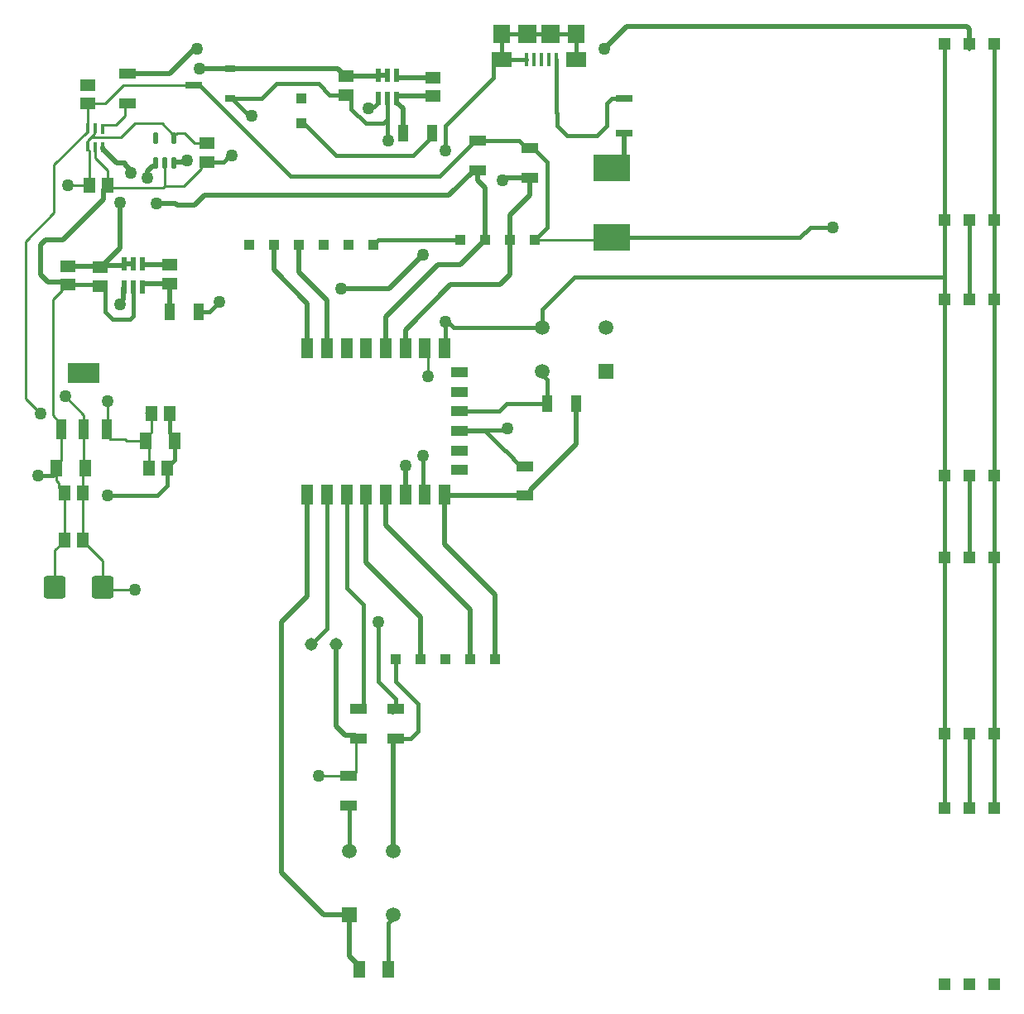
<source format=gtl>
G04 Layer_Physical_Order=1*
G04 Layer_Color=255*
%FSLAX44Y44*%
%MOMM*%
G71*
G01*
G75*
%ADD10R,0.4000X1.3500*%
%ADD11R,2.1000X1.6000*%
%ADD12R,1.9000X1.9000*%
%ADD13R,1.8000X1.9000*%
G04:AMPARAMS|DCode=14|XSize=0.94mm|YSize=1.77mm|CornerRadius=0.0658mm|HoleSize=0mm|Usage=FLASHONLY|Rotation=90.000|XOffset=0mm|YOffset=0mm|HoleType=Round|Shape=RoundedRectangle|*
%AMROUNDEDRECTD14*
21,1,0.9400,1.6384,0,0,90.0*
21,1,0.8084,1.7700,0,0,90.0*
1,1,0.1316,0.8192,0.4042*
1,1,0.1316,0.8192,-0.4042*
1,1,0.1316,-0.8192,-0.4042*
1,1,0.1316,-0.8192,0.4042*
%
%ADD14ROUNDEDRECTD14*%
G04:AMPARAMS|DCode=15|XSize=1.09mm|YSize=1.77mm|CornerRadius=0.0763mm|HoleSize=0mm|Usage=FLASHONLY|Rotation=90.000|XOffset=0mm|YOffset=0mm|HoleType=Round|Shape=RoundedRectangle|*
%AMROUNDEDRECTD15*
21,1,1.0900,1.6174,0,0,90.0*
21,1,0.9374,1.7700,0,0,90.0*
1,1,0.1526,0.8087,0.4687*
1,1,0.1526,0.8087,-0.4687*
1,1,0.1526,-0.8087,-0.4687*
1,1,0.1526,-0.8087,0.4687*
%
%ADD15ROUNDEDRECTD15*%
%ADD16R,1.2000X2.0000*%
%ADD17R,1.7000X1.1000*%
%ADD18R,1.2000X1.8200*%
%ADD19R,1.3000X1.5000*%
%ADD20R,1.8000X0.7000*%
%ADD21R,3.8100X2.7940*%
G04:AMPARAMS|DCode=22|XSize=0.94mm|YSize=1.77mm|CornerRadius=0.0658mm|HoleSize=0mm|Usage=FLASHONLY|Rotation=180.000|XOffset=0mm|YOffset=0mm|HoleType=Round|Shape=RoundedRectangle|*
%AMROUNDEDRECTD22*
21,1,0.9400,1.6384,0,0,180.0*
21,1,0.8084,1.7700,0,0,180.0*
1,1,0.1316,-0.4042,0.8192*
1,1,0.1316,0.4042,0.8192*
1,1,0.1316,0.4042,-0.8192*
1,1,0.1316,-0.4042,-0.8192*
%
%ADD22ROUNDEDRECTD22*%
G04:AMPARAMS|DCode=23|XSize=1.09mm|YSize=1.77mm|CornerRadius=0.0763mm|HoleSize=0mm|Usage=FLASHONLY|Rotation=180.000|XOffset=0mm|YOffset=0mm|HoleType=Round|Shape=RoundedRectangle|*
%AMROUNDEDRECTD23*
21,1,1.0900,1.6174,0,0,180.0*
21,1,0.9374,1.7700,0,0,180.0*
1,1,0.1526,-0.4687,0.8087*
1,1,0.1526,0.4687,0.8087*
1,1,0.1526,0.4687,-0.8087*
1,1,0.1526,-0.4687,-0.8087*
%
%ADD23ROUNDEDRECTD23*%
%ADD24R,1.5000X1.3000*%
%ADD25R,0.5900X1.3700*%
%ADD26R,0.4000X1.0000*%
%ADD27R,1.1000X0.7000*%
G04:AMPARAMS|DCode=28|XSize=1.21mm|YSize=0.59mm|CornerRadius=0.1475mm|HoleSize=0mm|Usage=FLASHONLY|Rotation=90.000|XOffset=0mm|YOffset=0mm|HoleType=Round|Shape=RoundedRectangle|*
%AMROUNDEDRECTD28*
21,1,1.2100,0.2950,0,0,90.0*
21,1,0.9150,0.5900,0,0,90.0*
1,1,0.2950,0.1475,0.4575*
1,1,0.2950,0.1475,-0.4575*
1,1,0.2950,-0.1475,-0.4575*
1,1,0.2950,-0.1475,0.4575*
%
%ADD28ROUNDEDRECTD28*%
G04:AMPARAMS|DCode=29|XSize=2.24mm|YSize=2.32mm|CornerRadius=0.28mm|HoleSize=0mm|Usage=FLASHONLY|Rotation=180.000|XOffset=0mm|YOffset=0mm|HoleType=Round|Shape=RoundedRectangle|*
%AMROUNDEDRECTD29*
21,1,2.2400,1.7600,0,0,180.0*
21,1,1.6800,2.3200,0,0,180.0*
1,1,0.5600,-0.8400,0.8800*
1,1,0.5600,0.8400,0.8800*
1,1,0.5600,0.8400,-0.8800*
1,1,0.5600,-0.8400,-0.8800*
%
%ADD29ROUNDEDRECTD29*%
%ADD30R,1.0000X2.1500*%
%ADD31R,3.2500X2.1500*%
%ADD32C,0.2540*%
%ADD33C,0.4000*%
%ADD34C,0.5000*%
%ADD35R,1.2000X1.2000*%
%ADD36C,1.4980*%
%ADD37R,1.4980X1.4980*%
%ADD38C,1.3080*%
%ADD39R,1.0000X1.0000*%
%ADD40R,1.4980X1.4980*%
%ADD41R,1.0000X1.0000*%
%ADD42C,1.2700*%
D10*
X1279460Y1223605D02*
D03*
X1287080D02*
D03*
X1271840D02*
D03*
X1294700D02*
D03*
X1264220D02*
D03*
D11*
X1315020D02*
D03*
X1238820D02*
D03*
D12*
X1288920Y1249680D02*
D03*
X1264920D02*
D03*
D13*
X1314920D02*
D03*
X1238920D02*
D03*
D14*
X1214120Y1140460D02*
D03*
X1130300Y528750D02*
D03*
X855980Y1209040D02*
D03*
X1267460Y1102790D02*
D03*
X1092200Y558800D02*
D03*
X1262380Y807290D02*
D03*
X1082040Y490220D02*
D03*
D15*
X1214120Y1110410D02*
D03*
X1130300Y558800D02*
D03*
X855980Y1178990D02*
D03*
X1267460Y1132840D02*
D03*
X1092200Y528750D02*
D03*
X1262380Y777240D02*
D03*
X1082040Y460170D02*
D03*
D16*
X1040100Y778440D02*
D03*
X1060100D02*
D03*
X1080100D02*
D03*
X1100100D02*
D03*
X1120100D02*
D03*
X1140100D02*
D03*
X1160100D02*
D03*
X1180100D02*
D03*
Y928440D02*
D03*
X1160100D02*
D03*
X1140100D02*
D03*
X1120100D02*
D03*
X1100100D02*
D03*
X1080100D02*
D03*
X1060100D02*
D03*
X1040100D02*
D03*
D17*
X1195100Y803440D02*
D03*
Y823440D02*
D03*
Y843440D02*
D03*
Y863440D02*
D03*
Y883440D02*
D03*
Y903440D02*
D03*
D18*
X904240Y833120D02*
D03*
X875040D02*
D03*
X783600Y805180D02*
D03*
X812800D02*
D03*
X1122680Y292100D02*
D03*
X1093480D02*
D03*
D19*
X896620Y805180D02*
D03*
X877620D02*
D03*
X880160Y861060D02*
D03*
X899160D02*
D03*
X816660Y1094740D02*
D03*
X835660D02*
D03*
X791260Y731520D02*
D03*
X810260D02*
D03*
Y779780D02*
D03*
X791260D02*
D03*
D20*
X1363980Y1148080D02*
D03*
X1364392Y1183372D02*
D03*
X924065Y1197610D02*
D03*
D21*
X1351280Y1041275D02*
D03*
Y1112645D02*
D03*
D22*
X899160Y965200D02*
D03*
X1315290Y871220D02*
D03*
X1137920Y1148080D02*
D03*
D23*
X929210Y965200D02*
D03*
X1285240Y871220D02*
D03*
X1167970Y1148080D02*
D03*
D24*
X828040Y991920D02*
D03*
Y1010920D02*
D03*
X815340Y1197560D02*
D03*
Y1178560D02*
D03*
X795020Y993140D02*
D03*
Y1012140D02*
D03*
X937260Y1118920D02*
D03*
Y1137920D02*
D03*
X899160Y994460D02*
D03*
Y1013460D02*
D03*
X1079500Y1187500D02*
D03*
Y1206500D02*
D03*
X1168400Y1186180D02*
D03*
Y1205180D02*
D03*
D25*
X852220Y1014000D02*
D03*
X861720D02*
D03*
X871220D02*
D03*
Y990600D02*
D03*
X861720D02*
D03*
X852220D02*
D03*
X1112520Y1207040D02*
D03*
X1122020D02*
D03*
X1131520D02*
D03*
Y1183640D02*
D03*
X1122020D02*
D03*
X1112520D02*
D03*
D26*
X830565Y1152816D02*
D03*
X822916Y1152942D02*
D03*
X815340Y1153160D02*
D03*
X830691Y1133881D02*
D03*
X823041Y1134006D02*
D03*
X815465Y1134225D02*
D03*
D27*
X960615Y1183880D02*
D03*
Y1213880D02*
D03*
D28*
X884580Y1142850D02*
D03*
X903580D02*
D03*
Y1117750D02*
D03*
X894080D02*
D03*
X884580D02*
D03*
D29*
X781880Y683260D02*
D03*
X830580D02*
D03*
D30*
X788530Y844760D02*
D03*
X811530D02*
D03*
X834530D02*
D03*
D31*
X811530Y902760D02*
D03*
D32*
X875040Y862340D02*
X878840Y866140D01*
X902027Y1147503D02*
X906203D01*
X1082040Y490220D02*
X1086190D01*
X1051560D02*
X1082040D01*
X783600Y792270D02*
Y802080D01*
X1086190Y490220D02*
X1089620Y493650D01*
Y495098D01*
X1089660Y495138D01*
Y526210D01*
X1092200Y528750D01*
X834530Y844760D02*
X835660Y845890D01*
Y873760D01*
X751840Y876300D02*
X767080Y861060D01*
X751840Y876300D02*
Y1037662D01*
X788530Y813210D02*
Y844760D01*
X779780Y977900D02*
X788790Y986910D01*
X788530Y844760D02*
Y850510D01*
X779780Y859260D02*
Y977900D01*
Y859260D02*
X788530Y850510D01*
X751840Y1037662D02*
X781038Y1066860D01*
X788790Y986910D02*
Y987910D01*
X794020Y993140D01*
X815340Y1150160D02*
Y1153160D01*
X781038Y1115858D02*
X815340Y1150160D01*
X781038Y1066860D02*
Y1115858D01*
X795020Y1094740D02*
X816660D01*
X892592Y1092200D02*
X894080Y1093688D01*
X835660Y1094740D02*
X838200Y1092200D01*
X892592D01*
X914400Y1148080D02*
X924560Y1137920D01*
X937260D01*
X931030Y1113690D02*
X936260Y1118920D01*
X913348Y1093688D02*
X931030Y1111370D01*
X936260Y1118920D02*
X937260D01*
X894080Y1093688D02*
X913348D01*
X931030Y1111370D02*
Y1113690D01*
X894080Y1093688D02*
Y1117750D01*
X849243Y1143883D02*
X863600Y1158240D01*
X818763Y1143883D02*
X849243D01*
X863600Y1158240D02*
X891290D01*
X811530Y844760D02*
Y859790D01*
X792480Y878840D02*
X811530Y859790D01*
X1160100Y928440D02*
X1163320Y925220D01*
Y899160D02*
Y925220D01*
X830580Y683260D02*
X833120Y680720D01*
X863600D01*
X830580Y683260D02*
Y710200D01*
X810260Y730520D02*
X830580Y710200D01*
X810260Y730520D02*
Y731520D01*
X781880Y683260D02*
Y721140D01*
X791260Y730520D01*
Y731520D01*
X810260D02*
Y779780D01*
X791260Y731520D02*
Y779780D01*
X835660Y1094740D02*
Y1109980D01*
X823041Y1122599D02*
X835660Y1109980D01*
X823041Y1122599D02*
Y1134006D01*
X818763Y1143883D02*
X822186Y1147306D01*
X815340Y1140460D02*
X818763Y1143883D01*
X891290Y1158240D02*
X902027Y1147503D01*
X794020Y993140D02*
X795020D01*
X834530Y839010D02*
Y844760D01*
Y839010D02*
X838260Y835280D01*
X853205D01*
X855365Y833120D01*
X875040D01*
X877620Y805180D02*
Y830540D01*
X875040Y833120D02*
X877620Y830540D01*
X880160Y841340D02*
Y861060D01*
X875040Y836220D02*
X880160Y841340D01*
X875040Y833120D02*
Y836220D01*
X1272540Y1038860D02*
X1348865D01*
X1351280Y1041275D01*
X810260Y779780D02*
Y802640D01*
X812800Y805180D01*
X786030Y785010D02*
X791260Y779780D01*
X786030Y785010D02*
Y789840D01*
X783600Y792270D02*
X786030Y789840D01*
X811530Y806450D02*
Y844760D01*
Y806450D02*
X812800Y805180D01*
X783600Y808280D02*
X788530Y813210D01*
X783600Y805180D02*
Y808280D01*
X852170Y1197610D02*
X924065D01*
X833120Y1178560D02*
X852170Y1197610D01*
X815340Y1178560D02*
X833120D01*
X815340Y1134350D02*
X815465Y1134225D01*
X815340Y1134350D02*
Y1140460D01*
X822186Y1152212D02*
X822916Y1152942D01*
X822186Y1147306D02*
Y1152212D01*
X906203Y1147503D02*
X906780Y1148080D01*
X914400D01*
X853440Y1176450D02*
X855980Y1178990D01*
X853440Y1165860D02*
Y1176450D01*
X830565Y1152816D02*
Y1155816D01*
X831295Y1156546D01*
X844126D01*
X853440Y1165860D01*
X816660Y1094740D02*
Y1130030D01*
X815465Y1131225D02*
X816660Y1130030D01*
X815465Y1131225D02*
Y1134225D01*
X815340Y1153160D02*
Y1178560D01*
D33*
X1554178Y1051560D02*
X1577340D01*
X1691640Y1000760D02*
Y1059520D01*
Y977900D02*
Y1000760D01*
X1313180D02*
X1691640D01*
X1742440Y977900D02*
Y1059520D01*
X1691640Y797900D02*
Y977900D01*
X1742440Y797900D02*
Y977900D01*
Y713740D02*
Y797900D01*
X1691640Y713740D02*
Y797900D01*
X1742440Y533740D02*
Y713740D01*
X1691640Y533740D02*
Y713740D01*
Y457200D02*
Y533740D01*
X1742440Y457200D02*
Y533740D01*
X1717040Y457200D02*
Y533740D01*
Y713740D02*
Y797900D01*
Y977900D02*
Y1059520D01*
X1691640D02*
Y1234440D01*
X1742440Y1059520D02*
Y1234440D01*
X1214120Y1140460D02*
X1256440D01*
X1209970D02*
X1214120D01*
X1207270Y1137760D02*
X1209970Y1140460D01*
X1207270Y1136261D02*
Y1137760D01*
X1175351Y1104342D02*
X1207270Y1136261D01*
X1267460Y1132840D02*
X1270860D01*
X1285240Y1118460D01*
Y1051560D02*
Y1118460D01*
X1256440Y1140460D02*
X1264060Y1132840D01*
X1267460D01*
X783600Y802080D02*
Y805180D01*
X779600Y798080D02*
X783600Y802080D01*
X765060Y798080D02*
X779600D01*
X764540Y797560D02*
X765060Y798080D01*
X886460Y777240D02*
X896620Y787400D01*
X835660Y777240D02*
X886460D01*
X896620Y787400D02*
Y805180D01*
X1236320Y1223605D02*
X1238820D01*
X1230320Y1217605D02*
X1236320Y1223605D01*
X1230320Y1204920D02*
Y1217605D01*
X1181100Y1155700D02*
X1230320Y1204920D01*
X1238820Y1223605D02*
X1264220D01*
X1238920Y1223705D02*
Y1249680D01*
X1238820Y1223605D02*
X1238920Y1223705D01*
Y1249680D02*
X1264920D01*
X1288920D01*
X1314920D01*
X1315020Y1223605D02*
Y1249580D01*
X1314920Y1249680D02*
X1315020Y1249580D01*
X1294700Y1169100D02*
Y1223605D01*
Y1169100D02*
X1295400Y1168400D01*
X1122680Y292100D02*
Y339929D01*
X1127760Y345009D01*
Y347980D01*
X1082040Y460170D02*
X1082760Y459450D01*
Y412980D02*
Y459450D01*
X1181100Y1130300D02*
Y1155700D01*
X1033795Y1160780D02*
X1069355Y1125220D01*
X1148510D01*
X1022833Y1104342D02*
X1175351D01*
X1148510Y1125220D02*
X1167970Y1144680D01*
X929565Y1197610D02*
X1022833Y1104342D01*
X1351012Y1183372D02*
X1364392D01*
X1346200Y1178560D02*
X1351012Y1183372D01*
X1346200Y1155700D02*
Y1178560D01*
X1336040Y1145540D02*
X1346200Y1155700D01*
X1305560Y1145540D02*
X1336040D01*
X1295400Y1155700D02*
X1305560Y1145540D01*
X1295400Y1155700D02*
Y1168400D01*
X1351280Y1041275D02*
X1543893D01*
X1554178Y1051560D01*
X1195100Y843440D02*
X1196290Y844630D01*
X1243410D01*
X1244600Y845820D01*
X1280160Y967740D02*
X1313180Y1000760D01*
X1280160Y949240D02*
Y967740D01*
X962615Y1183880D02*
X980635Y1165860D01*
X982980D01*
X960306Y1125220D02*
X962660D01*
X954006Y1118920D02*
X960306Y1125220D01*
X858520Y957580D02*
X861720Y960780D01*
X840740Y957580D02*
X858520D01*
X861720Y960780D02*
Y990600D01*
X833120Y965200D02*
Y987420D01*
Y965200D02*
X840740Y957580D01*
X1112520Y586740D02*
Y647700D01*
X1130300Y558800D02*
Y568960D01*
X1112520Y586740D02*
X1130300Y568960D01*
X1043940Y624840D02*
X1060100Y641000D01*
Y778440D01*
X937260Y1118920D02*
X954006D01*
X962615Y1183880D02*
X993380D01*
X960615D02*
X962615D01*
X1180100Y928440D02*
X1181100Y929440D01*
Y955040D01*
X1158240Y780300D02*
Y817880D01*
Y780300D02*
X1160100Y778440D01*
X1285240Y871220D02*
Y896189D01*
X1280160Y901269D02*
X1285240Y896189D01*
X1280160Y901269D02*
Y904240D01*
X1195100Y863440D02*
X1236055D01*
X1243835Y871220D01*
X1285240D01*
X1189254Y949240D02*
X1280160D01*
X1183454Y955040D02*
X1189254Y949240D01*
X1181100Y955040D02*
X1183454D01*
X1258230Y807290D02*
X1262380D01*
X1242560Y822960D02*
X1258230Y807290D01*
X1242060Y822960D02*
X1242560D01*
X1195100Y843440D02*
X1221580D01*
X1242060Y822960D01*
X1130300Y528750D02*
X1130730Y528320D01*
X1145540D01*
X1153160Y535940D02*
Y563880D01*
X1145540Y528320D02*
X1153160Y535940D01*
X1130300Y586740D02*
Y609585D01*
Y586740D02*
X1153160Y563880D01*
X1126941Y555441D02*
X1130300Y558800D01*
X1092200D02*
X1094580D01*
X1097280Y561500D01*
Y665480D01*
X1080100Y682660D02*
Y778440D01*
Y682660D02*
X1097280Y665480D01*
X929210Y965200D02*
X939800D01*
X949960Y975360D01*
X1122020Y1141120D02*
X1122680Y1140460D01*
X1122020Y1141120D02*
Y1162660D01*
X1112491Y1038845D02*
X1196340D01*
X1107440Y1033795D02*
X1112491Y1038845D01*
X1099820Y1158240D02*
X1117600D01*
X1085000Y1173060D02*
X1099820Y1158240D01*
X1117600D02*
X1122020Y1162660D01*
Y1183640D01*
X1112520Y1179740D02*
Y1183640D01*
X1107925Y1175145D02*
X1112520Y1179740D01*
X1104025Y1175145D02*
X1107925D01*
X1102360Y1173480D02*
X1104025Y1175145D01*
X1272540Y1038860D02*
X1285240Y1051560D01*
X924065Y1197610D02*
X929565D01*
X1062940Y1187500D02*
X1079500D01*
X1051560Y1198880D02*
X1062940Y1187500D01*
X1008380Y1198880D02*
X1051560D01*
X993380Y1183880D02*
X1008380Y1198880D01*
X1167970Y1144680D02*
Y1148080D01*
X896620Y805180D02*
Y806180D01*
X904240Y813800D01*
Y833120D01*
X899160Y841300D02*
Y861060D01*
Y841300D02*
X904240Y836220D01*
Y833120D02*
Y836220D01*
X828040Y991920D02*
X828620D01*
X833120Y987420D01*
X795020Y993140D02*
X826820D01*
X828040Y991920D01*
X1079500Y1187500D02*
X1080500D01*
X1085000Y1183000D01*
Y1173060D02*
Y1183000D01*
D34*
X1717040Y1239520D02*
Y1254760D01*
Y1234440D02*
Y1239520D01*
X1343660Y1234440D02*
X1366520Y1257300D01*
X1714500D01*
X1717040Y1254760D01*
X929760Y1214000D02*
X960495D01*
X960615Y1213880D01*
X929640Y1214120D02*
X929760Y1214000D01*
X1089250Y531700D02*
X1092200Y528750D01*
X791480Y995680D02*
X794020Y993140D01*
X767080Y1003300D02*
X774700Y995680D01*
X767080Y1003300D02*
Y1033780D01*
X774700Y995680D02*
X791480D01*
X772160Y1038860D02*
X789940D01*
X767080Y1033780D02*
X772160Y1038860D01*
X1120100Y960080D02*
X1173480Y1013460D01*
X1120100Y928440D02*
Y960080D01*
X1173480Y1013460D02*
X1196340D01*
X1074374Y988985D02*
X1123605D01*
X1158240Y1023620D01*
X906986Y1074420D02*
X924560D01*
X885624Y1076124D02*
X905282D01*
X906986Y1074420D01*
X848360Y1030240D02*
Y1076960D01*
X859410Y1107663D02*
Y1109746D01*
X853440Y1115716D02*
X859410Y1109746D01*
X853440Y1115716D02*
Y1117600D01*
X844972D02*
X853440D01*
X830691Y1131881D02*
Y1133881D01*
Y1131881D02*
X844972Y1117600D01*
X876300Y1109470D02*
X881030Y1114200D01*
X876300Y1102360D02*
Y1109470D01*
X881030Y1114200D02*
X884130D01*
X830580Y1012460D02*
X848360Y1030240D01*
X1244574Y1102790D02*
X1267460D01*
X1241604Y1099820D02*
X1244574Y1102790D01*
X1239520Y1099820D02*
X1241604D01*
X903580Y1117750D02*
Y1118495D01*
X904030Y1118945D01*
X915745D01*
X916940Y1120140D01*
X899160Y1209040D02*
X924560Y1234440D01*
X855980Y1209040D02*
X899160D01*
X829040Y1010920D02*
X830580Y1012460D01*
X851770D01*
X828040Y1010920D02*
X829040D01*
X884130Y1114200D02*
X884580Y1114650D01*
X831660Y1080580D02*
Y1090740D01*
X789940Y1038860D02*
X831660Y1080580D01*
Y1090740D02*
X835660Y1094740D01*
X884580Y1114650D02*
Y1117750D01*
X848360Y972820D02*
Y974904D01*
X851770Y978314D01*
Y990150D01*
X1206500Y609600D02*
Y660400D01*
X1120100Y746800D02*
X1206500Y660400D01*
X1120100Y746800D02*
Y778440D01*
X1100100Y708380D02*
Y778440D01*
Y708380D02*
X1155700Y652780D01*
Y609600D02*
Y652780D01*
X1129960Y528750D02*
X1130300D01*
X1127760Y526550D02*
X1129960Y528750D01*
X1127760Y412980D02*
Y526550D01*
X1056640Y347980D02*
X1082760D01*
X1013460Y391160D02*
X1056640Y347980D01*
X1013460Y391160D02*
Y647700D01*
X1040100Y674340D01*
Y778440D01*
X1082760Y305920D02*
Y347980D01*
Y305920D02*
X1093480Y295200D01*
Y292100D02*
Y295200D01*
X1140100Y778440D02*
X1140280Y778620D01*
Y807540D02*
X1140460Y807720D01*
X1140280Y778620D02*
Y807540D01*
X851770Y990150D02*
X852220Y990600D01*
X1262380Y777240D02*
X1265780D01*
X1268730Y780190D01*
Y783590D01*
X1315290Y830150D01*
Y871220D01*
X1180100Y778440D02*
X1181300Y777240D01*
X1262380D01*
X1180100Y727440D02*
X1231900Y675640D01*
Y609600D02*
Y675640D01*
X1180100Y727440D02*
Y778440D01*
X1069340Y541020D02*
Y624840D01*
X1078660Y531700D02*
X1089250D01*
X1069340Y541020D02*
X1078660Y531700D01*
X924560Y1074420D02*
X934720Y1084580D01*
X1210720Y1110410D02*
X1214120D01*
X1184890Y1084580D02*
X1210720Y1110410D01*
X934720Y1084580D02*
X1184890D01*
X1221740Y1038860D02*
Y1092200D01*
X1267460Y1084580D02*
Y1102790D01*
X1247140Y1064260D02*
X1267460Y1084580D01*
X1247140Y1038860D02*
Y1064260D01*
X960615Y1213880D02*
X1071120D01*
X1078500Y1206500D01*
X1079500D01*
X898890Y1013730D02*
X899160Y1013460D01*
X871490Y1013730D02*
X898890D01*
X871220Y1014000D02*
X871490Y1013730D01*
X899160Y965200D02*
Y994460D01*
X871670D02*
X899160D01*
X871220Y994010D02*
X871670Y994460D01*
X871220Y990600D02*
Y994010D01*
X852220Y1014000D02*
X861720D01*
X851770Y1012460D02*
X852220Y1012910D01*
Y1014000D01*
X795020Y1012140D02*
X795630Y1011530D01*
X827430D01*
X828040Y1010920D01*
X1137920Y1148080D02*
Y1173340D01*
X1131520Y1179740D02*
X1137920Y1173340D01*
X1131520Y1179740D02*
Y1183640D01*
X1131970Y1186180D02*
X1168400D01*
X1131520Y1185730D02*
X1131970Y1186180D01*
X1131520Y1183640D02*
Y1185730D01*
X1131970Y1205180D02*
X1168400D01*
X1131520Y1205630D02*
X1131970Y1205180D01*
X1131520Y1205630D02*
Y1207040D01*
X1112520D02*
X1122020D01*
X1079500Y1206500D02*
X1112070D01*
X1112520Y1206950D01*
Y1207040D01*
X1363980Y1124115D02*
Y1148080D01*
X1352510Y1112645D02*
X1363980Y1124115D01*
X1351280Y1112645D02*
X1352510D01*
X1214120Y1099820D02*
Y1110410D01*
Y1099820D02*
X1221740Y1092200D01*
X1060100Y928440D02*
Y976980D01*
X1031240Y1005840D02*
X1060100Y976980D01*
X1031240Y1005840D02*
Y1033780D01*
X1040100Y928440D02*
Y974120D01*
X1005840Y1008380D02*
X1040100Y974120D01*
X1005840Y1008380D02*
Y1033780D01*
X1196340Y1013460D02*
X1221740Y1038860D01*
X1247140Y1003300D02*
Y1038860D01*
X1236980Y993140D02*
X1247140Y1003300D01*
X1186180Y993140D02*
X1236980D01*
X1140100Y947060D02*
X1186180Y993140D01*
X1140100Y928440D02*
Y947060D01*
D35*
X1691640Y1059520D02*
D03*
X1717040D02*
D03*
X1742440D02*
D03*
X1691640Y1239520D02*
D03*
X1717040D02*
D03*
X1742440D02*
D03*
X1691640Y797900D02*
D03*
X1717040D02*
D03*
X1742440D02*
D03*
X1691640Y977900D02*
D03*
X1717040D02*
D03*
X1742440D02*
D03*
X1691640Y533740D02*
D03*
X1717040D02*
D03*
X1742440D02*
D03*
X1691640Y713740D02*
D03*
X1717040D02*
D03*
X1742440D02*
D03*
X1691640Y277200D02*
D03*
X1717040D02*
D03*
X1742440D02*
D03*
X1691640Y457200D02*
D03*
X1717040D02*
D03*
X1742440D02*
D03*
D36*
X1345160Y949240D02*
D03*
X1280160D02*
D03*
Y904240D02*
D03*
X1127760Y347980D02*
D03*
Y412980D02*
D03*
X1082760D02*
D03*
D37*
X1345160Y904240D02*
D03*
D38*
X1043940Y624840D02*
D03*
X1069340D02*
D03*
D39*
X1130300Y609585D02*
D03*
X1155700Y609600D02*
D03*
X1181100D02*
D03*
X1206500D02*
D03*
X1231900D02*
D03*
X980440Y1033780D02*
D03*
X1005840D02*
D03*
X1031240D02*
D03*
X1056640D02*
D03*
X1082040D02*
D03*
X1107440Y1033795D02*
D03*
X1196340Y1038845D02*
D03*
X1221740Y1038860D02*
D03*
X1247140D02*
D03*
X1272540D02*
D03*
D40*
X1082760Y347980D02*
D03*
D41*
X1033780Y1183640D02*
D03*
X1033795Y1158240D02*
D03*
D42*
X1577340Y1051560D02*
D03*
X764540Y797560D02*
D03*
X835660Y777240D02*
D03*
X927100Y1234440D02*
D03*
X929640Y1214120D02*
D03*
X1343660Y1234440D02*
D03*
X1181100Y1130300D02*
D03*
X835660Y873760D02*
D03*
X767080Y861060D02*
D03*
X795020Y1094740D02*
D03*
X1244600Y845820D02*
D03*
X1158240Y1023620D02*
D03*
X1074374Y988985D02*
D03*
X885624Y1076124D02*
D03*
X848360Y1076960D02*
D03*
X859410Y1107663D02*
D03*
X876300Y1102360D02*
D03*
X1239520Y1099820D02*
D03*
X916940Y1120140D02*
D03*
X982980Y1165860D02*
D03*
X962660Y1125220D02*
D03*
X792480Y878840D02*
D03*
X848360Y972820D02*
D03*
X1163320Y899160D02*
D03*
X1051560Y490220D02*
D03*
X1112520Y647700D02*
D03*
X863600Y680720D02*
D03*
X1158240Y817880D02*
D03*
X1181100Y955040D02*
D03*
X1140460Y807720D02*
D03*
X949960Y975360D02*
D03*
X1122680Y1140460D02*
D03*
X1102360Y1173480D02*
D03*
M02*

</source>
